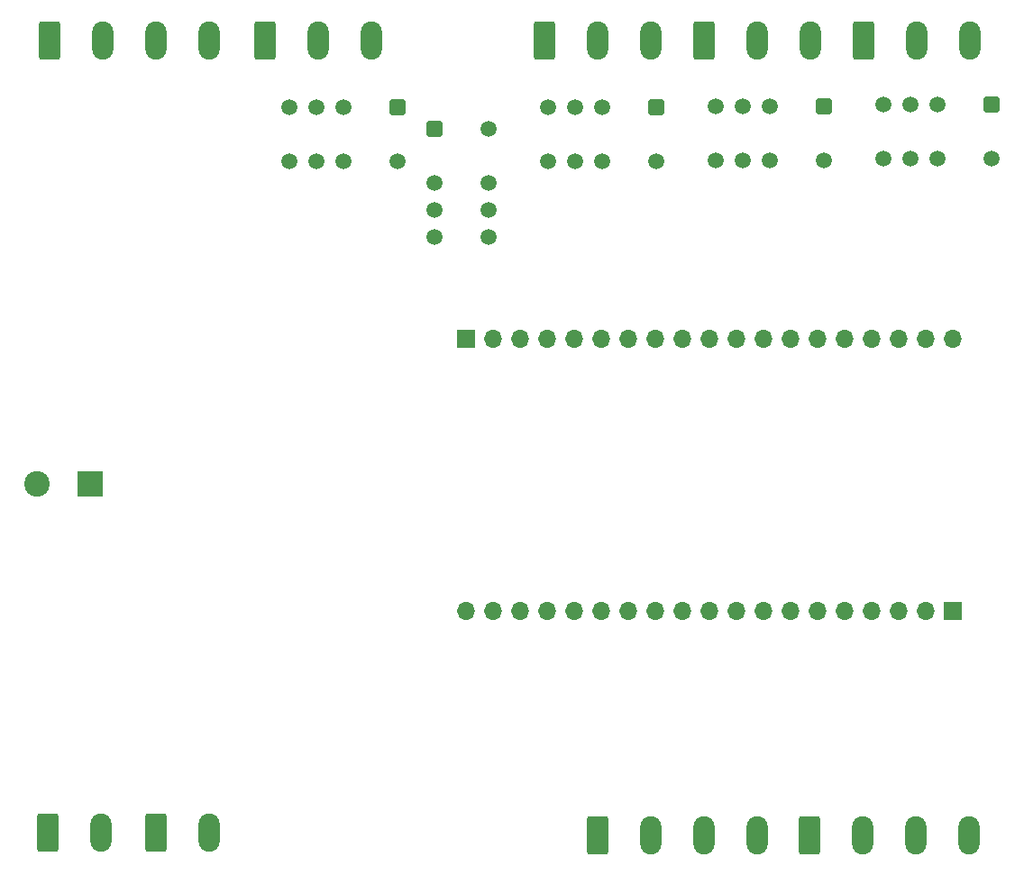
<source format=gbr>
%TF.GenerationSoftware,KiCad,Pcbnew,(6.0.8)*%
%TF.CreationDate,2023-11-14T22:22:02+13:00*%
%TF.ProjectId,Brain,42726169-6e2e-46b6-9963-61645f706362,rev?*%
%TF.SameCoordinates,Original*%
%TF.FileFunction,Soldermask,Bot*%
%TF.FilePolarity,Negative*%
%FSLAX46Y46*%
G04 Gerber Fmt 4.6, Leading zero omitted, Abs format (unit mm)*
G04 Created by KiCad (PCBNEW (6.0.8)) date 2023-11-14 22:22:02*
%MOMM*%
%LPD*%
G01*
G04 APERTURE LIST*
G04 Aperture macros list*
%AMRoundRect*
0 Rectangle with rounded corners*
0 $1 Rounding radius*
0 $2 $3 $4 $5 $6 $7 $8 $9 X,Y pos of 4 corners*
0 Add a 4 corners polygon primitive as box body*
4,1,4,$2,$3,$4,$5,$6,$7,$8,$9,$2,$3,0*
0 Add four circle primitives for the rounded corners*
1,1,$1+$1,$2,$3*
1,1,$1+$1,$4,$5*
1,1,$1+$1,$6,$7*
1,1,$1+$1,$8,$9*
0 Add four rect primitives between the rounded corners*
20,1,$1+$1,$2,$3,$4,$5,0*
20,1,$1+$1,$4,$5,$6,$7,0*
20,1,$1+$1,$6,$7,$8,$9,0*
20,1,$1+$1,$8,$9,$2,$3,0*%
G04 Aperture macros list end*
%ADD10RoundRect,0.250500X-0.499500X0.499500X-0.499500X-0.499500X0.499500X-0.499500X0.499500X0.499500X0*%
%ADD11C,1.500000*%
%ADD12RoundRect,0.250500X-0.499500X-0.499500X0.499500X-0.499500X0.499500X0.499500X-0.499500X0.499500X0*%
%ADD13RoundRect,0.250000X-0.750000X-1.550000X0.750000X-1.550000X0.750000X1.550000X-0.750000X1.550000X0*%
%ADD14O,2.000000X3.600000*%
%ADD15R,1.700000X1.700000*%
%ADD16O,1.700000X1.700000*%
%ADD17C,2.400000*%
%ADD18R,2.400000X2.400000*%
G04 APERTURE END LIST*
D10*
%TO.C,K5*%
X195253500Y-77161500D03*
D11*
X190173500Y-77161500D03*
X187633500Y-77161500D03*
X185093500Y-77161500D03*
X185093500Y-82241500D03*
X187633500Y-82241500D03*
X190173500Y-82241500D03*
X195253500Y-82241500D03*
%TD*%
D10*
%TO.C,K4*%
X163757500Y-77415500D03*
D11*
X158677500Y-77415500D03*
X156137500Y-77415500D03*
X153597500Y-77415500D03*
X153597500Y-82495500D03*
X156137500Y-82495500D03*
X158677500Y-82495500D03*
X163757500Y-82495500D03*
%TD*%
D12*
%TO.C,K3*%
X142947500Y-79447500D03*
D11*
X142947500Y-84527500D03*
X142947500Y-87067500D03*
X142947500Y-89607500D03*
X148027500Y-89607500D03*
X148027500Y-87067500D03*
X148027500Y-84527500D03*
X148027500Y-79447500D03*
%TD*%
D10*
%TO.C,K2*%
X139500500Y-77415500D03*
D11*
X134420500Y-77415500D03*
X131880500Y-77415500D03*
X129340500Y-77415500D03*
X129340500Y-82495500D03*
X131880500Y-82495500D03*
X134420500Y-82495500D03*
X139500500Y-82495500D03*
%TD*%
D10*
%TO.C,K1*%
X179505500Y-77288500D03*
D11*
X174425500Y-77288500D03*
X171885500Y-77288500D03*
X169345500Y-77288500D03*
X169345500Y-82368500D03*
X171885500Y-82368500D03*
X174425500Y-82368500D03*
X179505500Y-82368500D03*
%TD*%
D13*
%TO.C,J11*%
X183214000Y-71080500D03*
D14*
X188214000Y-71080500D03*
X193214000Y-71080500D03*
%TD*%
D13*
%TO.C,J10*%
X153242000Y-71080500D03*
D14*
X158242000Y-71080500D03*
X163242000Y-71080500D03*
%TD*%
D13*
%TO.C,J9*%
X127000000Y-71120000D03*
D14*
X132000000Y-71120000D03*
X137000000Y-71120000D03*
%TD*%
D13*
%TO.C,J8*%
X168228000Y-71080500D03*
D14*
X173228000Y-71080500D03*
X178228000Y-71080500D03*
%TD*%
D13*
%TO.C,J7*%
X178174000Y-145756500D03*
D14*
X183174000Y-145756500D03*
X188174000Y-145756500D03*
X193174000Y-145756500D03*
%TD*%
D13*
%TO.C,J6*%
X158235000Y-145756500D03*
D14*
X163235000Y-145756500D03*
X168235000Y-145756500D03*
X173235000Y-145756500D03*
%TD*%
D13*
%TO.C,J5*%
X116807000Y-145538000D03*
D14*
X121807000Y-145538000D03*
%TD*%
%TO.C,J4*%
X111647000Y-145538000D03*
D13*
X106647000Y-145538000D03*
%TD*%
%TO.C,J3*%
X106807000Y-71120000D03*
D14*
X111807000Y-71120000D03*
X116807000Y-71120000D03*
X121807000Y-71120000D03*
%TD*%
D15*
%TO.C,J2*%
X145933000Y-99162000D03*
D16*
X148473000Y-99162000D03*
X151013000Y-99162000D03*
X153553000Y-99162000D03*
X156093000Y-99162000D03*
X158633000Y-99162000D03*
X161173000Y-99162000D03*
X163713000Y-99162000D03*
X166253000Y-99162000D03*
X168793000Y-99162000D03*
X171333000Y-99162000D03*
X173873000Y-99162000D03*
X176413000Y-99162000D03*
X178953000Y-99162000D03*
X181493000Y-99162000D03*
X184033000Y-99162000D03*
X186573000Y-99162000D03*
X189113000Y-99162000D03*
X191653000Y-99162000D03*
%TD*%
%TO.C,J1*%
X145913000Y-124739000D03*
X148453000Y-124739000D03*
X150993000Y-124739000D03*
X153533000Y-124739000D03*
X156073000Y-124739000D03*
X158613000Y-124739000D03*
X161153000Y-124739000D03*
X163693000Y-124739000D03*
X166233000Y-124739000D03*
X168773000Y-124739000D03*
X171313000Y-124739000D03*
X173853000Y-124739000D03*
X176393000Y-124739000D03*
X178933000Y-124739000D03*
X181473000Y-124739000D03*
X184013000Y-124739000D03*
X186553000Y-124739000D03*
X189093000Y-124739000D03*
D15*
X191633000Y-124739000D03*
%TD*%
D17*
%TO.C,C5*%
X105617000Y-112776000D03*
D18*
X110617000Y-112776000D03*
%TD*%
M02*

</source>
